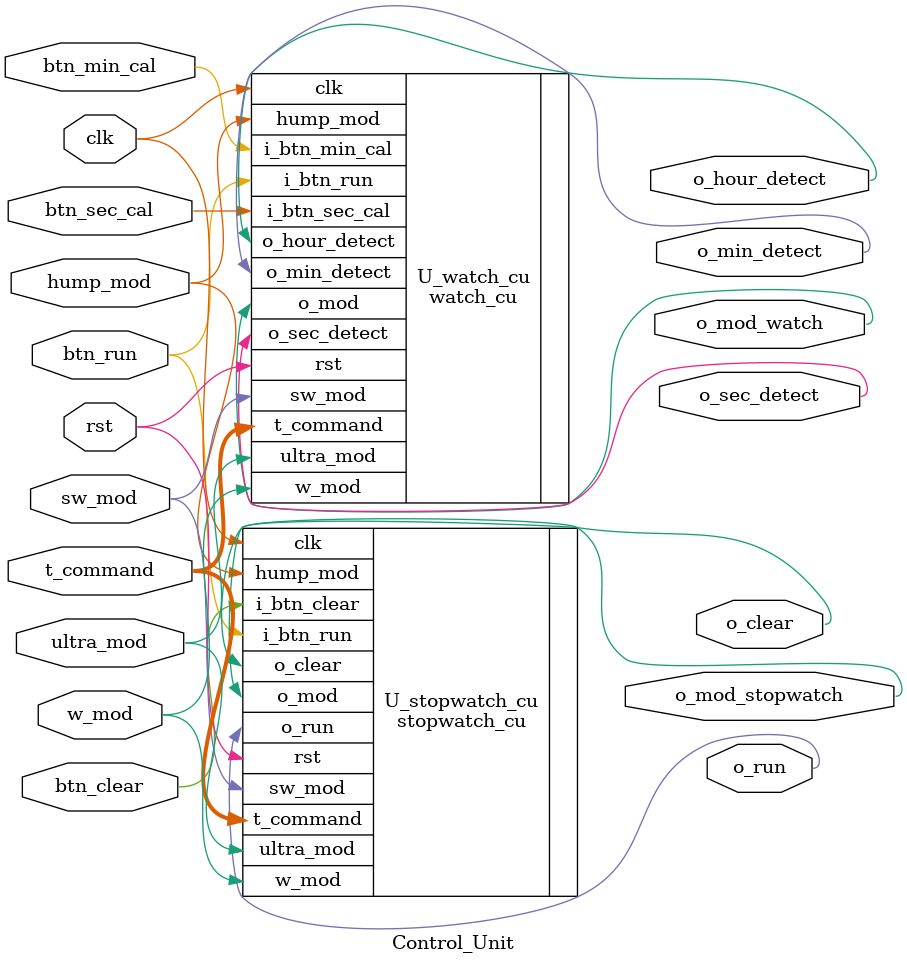
<source format=v>
module Control_Unit(
                    input clk,
                    input rst,
                    input btn_run,
                    input btn_clear,
                    input btn_sec_cal,
                    input btn_min_cal,
                    input sw_mod,
                    input w_mod,
                    input ultra_mod,
                    input hump_mod,
                    input [3:0] t_command,
                    output o_run,
                    output o_clear,
                    output o_mod_stopwatch,
                    output o_mod_watch,
                    output o_sec_detect,
                    output o_min_detect,
                    output o_hour_detect
    );
// pm mod 는 w_mod가 1일때만 -> 어차피 watch cu에서 조작하면 되니까 상관 없음
// w_mod가 1이면 -> 버튼은 초분시 증감 // w_mod가 0이면 -> 시작 클리어(나머지 동작 x)

stopwatch_cu U_stopwatch_cu(
                            .clk(clk),
                            .rst(rst),
                            .i_btn_run(btn_run),
                            .i_btn_clear(btn_clear),
                            .sw_mod(sw_mod),
                            .w_mod(w_mod),
                            .ultra_mod(ultra_mod),
                            .hump_mod(hump_mod),
                            .t_command(t_command),
                            .o_run(o_run),
                            .o_clear(o_clear),
                            .o_mod(o_mod_stopwatch)
);
watch_cu U_watch_cu(
                            .clk(clk),
                            .rst(rst),
                            .i_btn_run(btn_run),
                            .i_btn_sec_cal(btn_sec_cal),
                            .i_btn_min_cal(btn_min_cal),
                            .sw_mod(sw_mod),
                            .w_mod(w_mod),
                            .ultra_mod(ultra_mod),
                            .hump_mod(hump_mod),
                            .t_command(t_command),
                            .o_mod(o_mod_watch),
                            .o_sec_detect(o_sec_detect),
                            .o_min_detect(o_min_detect),
                            .o_hour_detect(o_hour_detect)
);

endmodule

</source>
